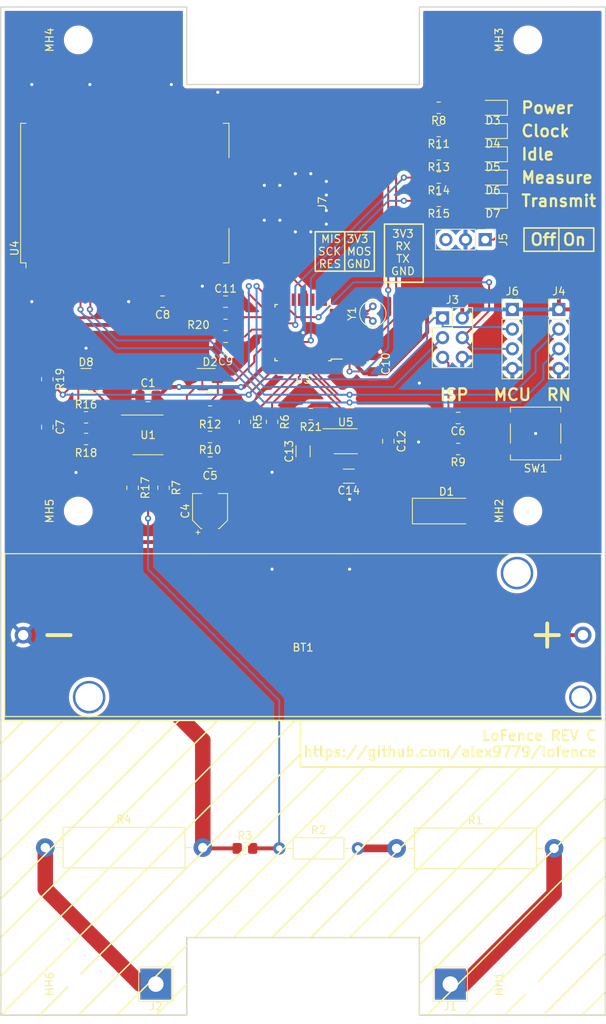
<source format=kicad_pcb>
(kicad_pcb (version 20211014) (generator pcbnew)
  (layers (0 "F.Cu" signal) (31 "B.Cu" signal) (34 "B.Paste" user) (35 "F.Paste" user) (36 "B.SilkS" user "B.Silkscreen") (37 "F.SilkS" user "F.Silkscreen") (38 "B.Mask" user) (39 "F.Mask" user) (44 "Edge.Cuts" user))
  (net 0 "")
  (net 1 "GND")
  (net 2 "+3V3")
  (net 3 "MCU_RESET")
  (net 4 "ADC_POWER")
  (net 5 "ADC+")
  (net 6 "ADC-")
  (net 7 "Net-(D2-Pad1)")
  (net 8 "MCU_SCK")
  (net 9 "RN_RESET")
  (net 10 "RN_TX")
  (net 11 "RN_RX")
  (net 12 "PROBE")
  (net 13 "BAT_ADC")
  (net 14 "BAT_VCC")
  (net 15 "BAT_GND")
  (net 16 "Net-(R10-Pad2)")
  (net 17 "AVCC")
  (net 18 "Net-(BT1-Pad1)")
  (net 19 "Net-(D4-Pad2)")
  (net 20 "Net-(D5-Pad2)")
  (net 21 "Net-(D6-Pad2)")
  (net 22 "Net-(D7-Pad2)")
  (net 23 "MCU_MISO")
  (net 24 "MCU_MOSI")
  (net 25 "LED_CLK")
  (net 26 "LED_IDLE")
  (net 27 "LED_MSR")
  (net 28 "LED_TX")
  (net 29 "Net-(D3-Pad2)")
  (net 30 "Net-(D8-Pad1)")
  (net 31 "Net-(U3-Pad8)")
  (net 32 "Net-(D3-Pad1)")
  (net 34 "Net-(J1-Pad1)")
  (net 35 "Net-(R1-Pad1)")
  (net 36 "Net-(U3-Pad7)")
  (net 37 "Net-(R7-Pad1)")
  (net 38 "Net-(R16-Pad2)")
  (net 39 "Net-(R18-Pad2)")
  (net 40 "Net-(C12-Pad2)")
  (net 41 "Net-(C12-Pad1)")
  (net 42 "Net-(R21-Pad1)")
  (net 52 "Net-(J7-Pad1)")
  (net 53 "Net-(J2-Pad1)")
  (net 54 "Net-(C9-Pad1)")
  (footprint "Resistor_SMD:R_0805_2012Metric_Pad1.20x1.40mm_HandSolder" (layer "F.Cu") (at 70 90.5 -90)
    (fp_text reference "R6")
    (fp_text value "232R")
  )
  (footprint "Resistor_THT:R_Axial_DIN0516_L15.5mm_D5.0mm_P20.32mm_Horizontal" (layer "F.Cu") (at 40.74 145.4)
    (fp_text reference "R4")
    (fp_text value "10M 6KV")
  )
  (footprint "Resistor_SMD:R_0805_2012Metric_Pad1.20x1.40mm_HandSolder" (layer "F.Cu") (at 56 99 -90)
    (fp_text reference "R7")
    (fp_text value "100k")
  )
  (footprint "Resistor_SMD:R_0805_2012Metric_Pad1.20x1.40mm_HandSolder" (layer "F.Cu") (at 64 78)
    (fp_text reference "R20")
    (fp_text value "47R")
  )
  (footprint "Capacitor_SMD:C_0805_2012Metric_Pad1.18x1.45mm_HandSolder" (layer "F.Cu") (at 55.88 75 180)
    (fp_text reference "C8")
    (fp_text value "100nF")
  )
  (footprint "Capacitor_SMD:C_0805_2012Metric_Pad1.18x1.45mm_HandSolder" (layer "F.Cu") (at 64 81 180)
    (fp_text reference "C9")
    (fp_text value "100nF")
  )
  (footprint "Capacitor_SMD:C_0805_2012Metric_Pad1.18x1.45mm_HandSolder" (layer "F.Cu") (at 83 83 -90)
    (fp_text reference "C10")
    (fp_text value "100nF")
  )
  (footprint "ALITECS:RN2483_serial" (layer "F.Cu") (at 51 61 90)
    (fp_text reference "U4")
    (fp_text value "RN2483")
  )
  (footprint "Resistor_THT:R_Axial_DIN0516_L15.5mm_D5.0mm_P20.32mm_Horizontal" (layer "F.Cu") (at 86.063823 145.5)
    (fp_text reference "R1")
    (fp_text value "10M 6KV")
  )
  (footprint "Resistor_THT:R_Axial_DIN0207_L6.3mm_D2.5mm_P10.16mm_Horizontal" (layer "F.Cu") (at 70.92 145.5)
    (fp_text reference "R2")
    (fp_text value "1M 700V")
  )
  (footprint "Resistor_SMD:R_0805_2012Metric_Pad1.20x1.40mm_HandSolder" (layer "F.Cu") (at 66.5 145.5)
    (fp_text reference "R3")
    (fp_text value "5k76")
  )
  (footprint "Resistor_SMD:R_0805_2012Metric_Pad1.20x1.40mm_HandSolder" (layer "F.Cu") (at 52 99 -90)
    (fp_text reference "R17")
    (fp_text value "100k")
  )
  (footprint "Package_QFP:TQFP-32_7x7mm_P0.8mm" (layer "F.Cu") (at 74 79 180)
    (fp_text reference "U3")
    (fp_text value "ATmega328PB-AU")
  )
  (footprint "MountingHole:MountingHole_2.7mm_M2.5" (layer "F.Cu") (at 103 41.25 90)
    (fp_text reference "MH3")
    (fp_text value "MountingHole")
  )
  (footprint "MountingHole:MountingHole_2.7mm_M2.5" (layer "F.Cu") (at 103 102 90)
    (fp_text reference "MH2")
    (fp_text value "MountingHole")
  )
  (footprint "MountingHole:MountingHole_2.7mm_M2.5" (layer "F.Cu") (at 45 163 90)
    (fp_text reference "MH6")
    (fp_text value "MountingHole")
  )
  (footprint "MountingHole:MountingHole_2.7mm_M2.5" (layer "F.Cu") (at 45 41.25 90)
    (fp_text reference "MH4")
    (fp_text value "MountingHole")
  )
  (footprint "MountingHole:MountingHole_2.7mm_M2.5" (layer "F.Cu") (at 45 102 90)
    (fp_text reference "MH5")
    (fp_text value "MountingHole")
  )
  (footprint "MountingHole:MountingHole_2.7mm_M2.5" (layer "F.Cu") (at 103 163 90)
    (fp_text reference "MH1")
    (fp_text value "MountingHole")
  )
  (footprint "ALITECS:18650HolderTHT" (layer "F.Cu") (at 74 118 180)
    (fp_text reference "BT1")
    (fp_text value "Battery_Cell")
  )
  (footprint "Crystal:Crystal_Round_D3.0mm_Vertical" (layer "F.Cu") (at 83 77.5 90)
    (fp_text reference "Y1")
    (fp_text value "32768 Hz")
  )
  (footprint "TestPoint:TestPoint_THTPad_4.0x4.0mm_Drill2.0mm" (layer "F.Cu") (at 55 163 180)
    (fp_text reference "J2")
    (fp_text value "Fence-")
  )
  (footprint "TestPoint:TestPoint_THTPad_4.0x4.0mm_Drill2.0mm" (layer "F.Cu") (at 93 163 180)
    (fp_text reference "J1")
    (fp_text value "Fence+")
  )
  (footprint "Resistor_SMD:R_0805_2012Metric_Pad1.20x1.40mm_HandSolder" (layer "F.Cu") (at 66.5 90.5 -90)
    (fp_text reference "R5")
    (fp_text value "232R")
  )
  (footprint "Resistor_SMD:R_0805_2012Metric_Pad1.20x1.40mm_HandSolder" (layer "F.Cu") (at 41 85 -90)
    (fp_text reference "R19")
    (fp_text value "1M")
  )
  (footprint "Capacitor_SMD:C_0805_2012Metric_Pad1.18x1.45mm_HandSolder" (layer "F.Cu") (at 41 91.18 -90)
    (fp_text reference "C7")
    (fp_text value "100nF")
  )
  (footprint "Resistor_SMD:R_0805_2012Metric_Pad1.20x1.40mm_HandSolder" (layer "F.Cu") (at 46 92.71)
    (fp_text reference "R18")
    (fp_text value "100k")
  )
  (footprint "Resistor_SMD:R_0805_2012Metric_Pad1.20x1.40mm_HandSolder" (layer "F.Cu") (at 62 89.18 180)
    (fp_text reference "R12")
    (fp_text value "1M")
  )
  (footprint "Package_SO:SOIC-8_3.9x4.9mm_P1.27mm" (layer "F.Cu") (at 54 92.18)
    (fp_text reference "U1")
    (fp_text value "Opamp_Dual_Generic")
  )
  (footprint "Resistor_SMD:R_0805_2012Metric_Pad1.20x1.40mm_HandSolder" (layer "F.Cu") (at 46 89.916)
    (fp_text reference "R16")
    (fp_text value "100k")
  )
  (footprint "Capacitor_SMD:C_0805_2012Metric_Pad1.18x1.45mm_HandSolder" (layer "F.Cu") (at 62 95.758 180)
    (fp_text reference "C5")
    (fp_text value "100nF")
  )
  (footprint "Package_TO_SOT_SMD:SOT-23" (layer "F.Cu") (at 46 85.18 180)
    (fp_text reference "D8")
    (fp_text value "BAV70LT")
  )
  (footprint "Package_TO_SOT_SMD:SOT-23" (layer "F.Cu") (at 62 85.18)
    (fp_text reference "D2")
    (fp_text value "BAV70LT")
  )
  (footprint "Capacitor_SMD:C_0805_2012Metric_Pad1.18x1.45mm_HandSolder" (layer "F.Cu") (at 54 87.18 180)
    (fp_text reference "C1")
    (fp_text value "100nF")
  )
  (footprint "Resistor_SMD:R_0805_2012Metric_Pad1.20x1.40mm_HandSolder" (layer "F.Cu") (at 62 92.456 180)
    (fp_text reference "R10")
    (fp_text value "100k")
  )
  (footprint "Resistor_SMD:R_0805_2012Metric_Pad1.20x1.40mm_HandSolder" (layer "F.Cu") (at 91.5 62 180)
    (fp_text reference "R15")
    (fp_text value "R")
  )
  (footprint "LED_SMD:LED_0805_2012Metric_Pad1.15x1.40mm_HandSolder" (layer "F.Cu") (at 98.5 56 180)
    (fp_text reference "D5")
    (fp_text value "LED")
  )
  (footprint "Resistor_SMD:R_0805_2012Metric_Pad1.20x1.40mm_HandSolder" (layer "F.Cu") (at 91.5 59 180)
    (fp_text reference "R14")
    (fp_text value "R")
  )
  (footprint "LED_SMD:LED_0805_2012Metric_Pad1.15x1.40mm_HandSolder" (layer "F.Cu") (at 98.5 53 180)
    (fp_text reference "D4")
    (fp_text value "LED")
  )
  (footprint "LED_SMD:LED_0805_2012Metric_Pad1.15x1.40mm_HandSolder" (layer "F.Cu") (at 98.5 59 180)
    (fp_text reference "D6")
    (fp_text value "LED")
  )
  (footprint "Resistor_SMD:R_0805_2012Metric_Pad1.20x1.40mm_HandSolder" (layer "F.Cu") (at 91.5 50 180)
    (fp_text reference "R8")
    (fp_text value "R")
  )
  (footprint "Resistor_SMD:R_0805_2012Metric_Pad1.20x1.40mm_HandSolder" (layer "F.Cu") (at 91.5 53 180)
    (fp_text reference "R11")
    (fp_text value "R")
  )
  (footprint "Connector_PinHeader_2.54mm:PinHeader_1x03_P2.54mm_Vertical" (layer "F.Cu") (at 97.5 67 -90)
    (fp_text reference "J5")
    (fp_text value "DEBUG LED")
  )
  (footprint "LED_SMD:LED_0805_2012Metric_Pad1.15x1.40mm_HandSolder" (layer "F.Cu") (at 98.5 50 180)
    (fp_text reference "D3")
    (fp_text value "LED")
  )
  (footprint "LED_SMD:LED_0805_2012Metric_Pad1.15x1.40mm_HandSolder" (layer "F.Cu") (at 98.5 62 180)
    (fp_text reference "D7")
    (fp_text value "LED")
  )
  (footprint "Resistor_SMD:R_0805_2012Metric_Pad1.20x1.40mm_HandSolder" (layer "F.Cu") (at 91.5 56 180)
    (fp_text reference "R13")
    (fp_text value "R")
  )
  (footprint "Resistor_SMD:R_0805_2012Metric_Pad1.20x1.40mm_HandSolder" (layer "F.Cu") (at 94 94 180)
    (fp_text reference "R9")
    (fp_text value "4k7")
  )
  (footprint "Capacitor_SMD:C_0805_2012Metric_Pad1.18x1.45mm_HandSolder" (layer "F.Cu") (at 94 90)
    (fp_text reference "C6")
    (fp_text value "100nF")
  )
  (footprint "Capacitor_SMD:CP_Elec_4x5.7" (layer "F.Cu") (at 62 102 90)
    (fp_text reference "C4")
    (fp_text value "10uF")
  )
  (footprint "Connector_PinHeader_2.54mm:PinHeader_1x04_P2.54mm_Vertical" (layer "F.Cu") (at 107 76)
    (fp_text reference "J4")
    (fp_text value "DEBUG RN")
  )
  (footprint "Connector_PinHeader_2.54mm:PinHeader_2x03_P2.54mm_Vertical" (layer "F.Cu") (at 92 77.1)
    (fp_text reference "J3")
    (fp_text value "ISP")
  )
  (footprint "Connector_PinHeader_2.54mm:PinHeader_1x04_P2.54mm_Vertical" (layer "F.Cu") (at 101 76)
    (fp_text reference "J6")
    (fp_text value "DEBUG MCU")
  )
  (footprint "Capacitor_SMD:C_0805_2012Metric_Pad1.18x1.45mm_HandSolder" (layer "F.Cu") (at 64 75)
    (fp_text reference "C11")
    (fp_text value "100nF")
  )
  (footprint "Button_Switch_SMD:SW_SPST_B3SL-1002P" (layer "F.Cu") (at 104 92 180)
    (fp_text reference "SW1")
    (fp_text value "RESET")
  )
  (footprint "ALITECS:U.FL" (layer "F.Cu") (at 74 62.3 -90)
    (fp_text reference "J7")
    (fp_text value "868")
  )
  (footprint "Capacitor_SMD:C_0805_2012Metric_Pad1.18x1.45mm_HandSolder" (layer "F.Cu") (at 85 93 -90)
    (fp_text reference "C12")
    (fp_text value "1uF")
  )
  (footprint "Capacitor_SMD:C_1206_3216Metric_Pad1.33x1.80mm_HandSolder" (layer "F.Cu") (at 74 94.3 -90)
    (fp_text reference "C13")
    (fp_text value "10uF")
  )
  (footprint "Capacitor_SMD:C_1206_3216Metric_Pad1.33x1.80mm_HandSolder" (layer "F.Cu") (at 79.9 97.5 180)
    (fp_text reference "C14")
    (fp_text value "10uF")
  )
  (footprint "Resistor_SMD:R_0805_2012Metric_Pad1.20x1.40mm_HandSolder" (layer "F.Cu") (at 75 89.5 180)
    (fp_text reference "R21")
    (fp_text value "100k")
  )
  (footprint "Package_SO:MSOP-8_3x3mm_P0.65mm" (layer "F.Cu") (at 79.5 93)
    (fp_text reference "U5")
    (fp_text value "MCP125x")
  )
  (footprint "Diode_SMD:D_SMA_Handsoldering" (layer "F.Cu") (at 92.5 102)
    (fp_text reference "D1")
    (fp_text value "D_Schottky")
  )
  (gr_line (start 75.565 71.065) (end 75.565 65.985) (layer "F.SilkS") (width 0.2))
  (gr_line (start 83.185 71.065) (end 75.565 71.065) (layer "F.SilkS") (width 0.2))
  (gr_line (start 83.185 65.985) (end 83.185 71.065) (layer "F.SilkS") (width 0.2))
  (gr_line (start 79.375 65.985) (end 83.185 65.985) (layer "F.SilkS") (width 0.2))
  (gr_line (start 75.565 65.985) (end 79.375 65.985) (layer "F.SilkS") (width 0.2))
  (gr_line (start 111.5 68.5) (end 102.5 68.5) (layer "F.SilkS") (width 0.2))
  (gr_line (start 102.5 65.5) (end 111.5 65.5) (layer "F.SilkS") (width 0.2))
  (gr_line (start 111.5 65.5) (end 111.5 68.5) (layer "F.SilkS") (width 0.2))
  (gr_line (start 102.5 68.5) (end 102.5 65.5) (layer "F.SilkS") (width 0.2))
  (gr_line (start 107 68.5) (end 107 65.5) (layer "F.SilkS") (width 0.2))
  (gr_line (start 109 143) (end 113 139) (layer "F.SilkS") (width 0.2))
  (gr_line (start 55 137) (end 35 157) (layer "F.SilkS") (width 0.2))
  (gr_line (start 35 129) (end 113 129) (layer "F.SilkS") (width 0.2))
  (gr_line (start 94 143) (end 80 157) (layer "F.SilkS") (width 0.2))
  (gr_line (start 95 167) (end 113 149) (layer "F.SilkS") (width 0.2))
  (gr_line (start 79 138) (end 60 157) (layer "F.SilkS") (width 0.2))
  (gr_line (start 99 143) (end 107 135) (layer "F.SilkS") (width 0.2))
  (gr_line (start 40 137) (end 48 129) (layer "F.SilkS") (width 0.2))
  (gr_line (start 90 167) (end 113 144) (layer "F.SilkS") (width 0.2))
  (gr_line (start 100 167) (end 113 154) (layer "F.SilkS") (width 0.2))
  (gr_line (start 79 143) (end 87 135) (layer "F.SilkS") (width 0.2))
  (gr_line (start 99 143) (end 85 157) (layer "F.SilkS") (width 0.2))
  (gr_line (start 45 137) (end 35 147) (layer "F.SilkS") (width 0.2))
  (gr_line (start 110 167) (end 113 164) (layer "F.SilkS") (width 0.2))
  (gr_line (start 94 143) (end 102 135) (layer "F.SilkS") (width 0.2))
  (gr_line (start 40 137) (end 35 142) (layer "F.SilkS") (width 0.2))
  (gr_line (start 105 167) (end 113 159) (layer "F.SilkS") (width 0.2))
  (gr_line (start 104 143) (end 89 158) (layer "F.SilkS") (width 0.2))
  (gr_line (start 84.5 65) (end 89.5 65) (layer "F.SilkS") (width 0.2))
  (gr_line (start 104 143) (end 112 135) (layer "F.SilkS") (width 0.2))
  (gr_line (start 60 137) (end 68 129) (layer "F.SilkS") (width 0.2))
  (gr_line (start 89.5 65) (end 89.5 72.5) (layer "F.SilkS") (width 0.2))
  (gr_line (start 75 137) (end 45 167) (layer "F.SilkS") (width 0.2))
  (gr_line (start 89 143) (end 97 135) (layer "F.SilkS") (width 0.2))
  (gr_line (start 73.66 135) (end 73.66 129) (layer "F.SilkS") (width 0.2))
  (gr_line (start 59 157) (end 59 167) (layer "F.SilkS") (width 0.2))
  (gr_line (start 89.5 72.5) (end 84.5 72.5) (layer "F.SilkS") (width 0.2))
  (gr_line (start 55 137) (end 63 129) (layer "F.SilkS") (width 0.2))
  (gr_line (start 65 137) (end 73 129) (layer "F.SilkS") (width 0.2))
  (gr_line (start 84 143) (end 70 157) (layer "F.SilkS") (width 0.2))
  (gr_line (start 75 137) (end 77 135) (layer "F.SilkS") (width 0.2))
  (gr_line (start 55 167) (end 59 163) (layer "F.SilkS") (width 0.2))
  (gr_line (start 35 137) (end 43 129) (layer "F.SilkS") (width 0.2))
  (gr_line (start 35 132) (end 38 129) (layer "F.SilkS") (width 0.2))
  (gr_line (start 70 137) (end 73.6 133.4) (layer "F.SilkS") (width 0.2))
  (gr_line (start 45 137) (end 53 129) (layer "F.SilkS") (width 0.2))
  (gr_line (start 50 137) (end 58 129) (layer "F.SilkS") (width 0.2))
  (gr_line (start 113 135) (end 73.66 135) (layer "F.SilkS") (width 0.2))
  (gr_line (start 70 137) (end 40 167) (layer "F.SilkS") (width 0.2))
  (gr_line (start 50 167) (end 59 158) (layer "F.SilkS") (width 0.2))
  (gr_line (start 84.5 72.5) (end 84.5 65) (layer "F.SilkS") (width 0.2))
  (gr_line (start 89 143) (end 75 157) (layer "F.SilkS") (width 0.2))
  (gr_line (start 113 129) (end 113 167) (layer "F.SilkS") (width 0.2))
  (gr_line (start 35 167) (end 35 129) (layer "F.SilkS") (width 0.2))
  (gr_line (start 65 137) (end 35 167) (layer "F.SilkS") (width 0.2))
  (gr_line (start 109 143) (end 89 163) (layer "F.SilkS") (width 0.2))
  (gr_line (start 79.375 71.065) (end 79.375 65.985) (layer "F.SilkS") (width 0.2))
  (gr_line (start 50 137) (end 35 152) (layer "F.SilkS") (width 0.2))
  (gr_line (start 79 138) (end 82 135) (layer "F.SilkS") (width 0.2))
  (gr_line (start 89 167) (end 89 157) (layer "F.SilkS") (width 0.2))
  (gr_line (start 59 167) (end 35 167) (layer "F.SilkS") (width 0.2))
  (gr_line (start 89 157) (end 59 157) (layer "F.SilkS") (width 0.2))
  (gr_line (start 113 167) (end 89 167) (layer "F.SilkS") (width 0.2))
  (gr_line (start 84 143) (end 92 135) (layer "F.SilkS") (width 0.2))
  (gr_line (start 60 137) (end 35 162) (layer "F.SilkS") (width 0.2))
  (gr_line (start 79 143) (end 65 157) (layer "F.SilkS") (width 0.2))
  (gr_line (start 89 47) (end 89 37) (layer "Edge.Cuts") (width 0.15))
  (gr_line (start 113 167) (end 113 37) (layer "Edge.Cuts") (width 0.15))
  (gr_line (start 89 47) (end 59 47) (layer "Edge.Cuts") (width 0.15))
  (gr_line (start 109 37) (end 89 37) (layer "Edge.Cuts") (width 0.15))
  (gr_line (start 109 167) (end 89 167) (layer "Edge.Cuts") (width 0.15))
  (gr_line (start 113 37) (end 109 37) (layer "Edge.Cuts") (width 0.15))
  (gr_line (start 59 37) (end 59 47) (layer "Edge.Cuts") (width 0.15))
  (gr_line (start 39 167) (end 59 167) (layer "Edge.Cuts") (width 0.15))
  (gr_line (start 35 167) (end 35 37) (layer "Edge.Cuts") (width 0.15))
  (gr_line (start 89 157) (end 89 167) (layer "Edge.Cuts") (width 0.15))
  (gr_line (start 35 37) (end 39 37) (layer "Edge.Cuts") (width 0.15))
  (gr_line (start 89 157) (end 59 157) (layer "Edge.Cuts") (width 0.15))
  (gr_line (start 39 167) (end 35 167) (layer "Edge.Cuts") (width 0.15))
  (gr_line (start 59 157) (end 59 167) (layer "Edge.Cuts") (width 0.15))
  (gr_line (start 109 167) (end 113 167) (layer "Edge.Cuts") (width 0.15))
  (gr_line (start 59 37) (end 39 37) (layer "Edge.Cuts") (width 0.15))
  (gr_text "MIS 3V3\nSCK MOS\nRES GND" (at 79.375 68.525) (layer "F.SilkS") (effects (font (size 1 1))))
  (gr_text "On" (at 109 67) (layer "F.SilkS") (effects (font (size 1.5 1.5) (thickness 0.3))))
  (gr_text "Power" (at 102 50) (layer "F.SilkS") (effects (font (size 1.5 1.5) (thickness 0.3)) (justify left)))
  (gr_text "Clock" (at 102 53) (layer "F.SilkS") (effects (font (size 1.5 1.5) (thickness 0.3)) (justify left)))
  (gr_text "Off" (at 105 67) (layer "F.SilkS") (effects (font (size 1.5 1.5) (thickness 0.3))))
  (gr_text "Measure" (at 102 59) (layer "F.SilkS") (effects (font (size 1.5 1.5) (thickness 0.3)) (justify left)))
  (gr_text "Transmit" (at 102 62) (layer "F.SilkS") (effects (font (size 1.5 1.5) (thickness 0.3)) (justify left)))
  (gr_text "Idle" (at 102 56) (layer "F.SilkS") (effects (font (size 1.5 1.5) (thickness 0.3)) (justify left)))
  (gr_text "MCU" (at 101 87) (layer "F.SilkS") (effects (font (size 1.5 1.5) (thickness 0.3))))
  (gr_text "LoFence REV C\nhttps://github.com/alex9779/lofence\n" (at 112 132) (layer "F.SilkS") (effects (font (size 1.3 1.3) (thickness 0.25)) (justify right)))
  (gr_text "ISP" (at 93.5 87) (layer "F.SilkS") (effects (font (size 1.5 1.5) (thickness 0.3))))
  (gr_text "RN" (at 107 87) (layer "F.SilkS") (effects (font (size 1.5 1.5) (thickness 0.3))))
  (gr_text "3V3\nRX\nTX\nGND" (at 86.89 68.66) (layer "F.SilkS") (effects (font (size 1 1))))
  (segment (start 74 79) (end 71.2 79) (width 0.25) (layer "F.Cu") (net 1))
  (segment (start 70.8 79.4) (end 69.75 79.4) (width 0.25) (layer "F.Cu") (net 1))
  (segment (start 65.5 83) (end 63.75 83) (width 0.25) (layer "F.Cu") (net 1))
  (segment (start 83 81.625) (end 83 81.75) (width 0.25) (layer "F.Cu") (net 1))
  (segment (start 75.5 62) (end 75.5 63.325) (width 0.25) (layer "F.Cu") (net 1))
  (segment (start 84.5 80) (end 94.96 69.54) (width 0.25) (layer "F.Cu") (net 1))
  (segment (start 75.35 60.525) (end 74 60.525) (width 0.25) (layer "F.Cu") (net 1))
  (segment (start 78.25 78.6) (end 77.2 78.6) (width 0.25) (layer "F.Cu") (net 1))
  (segment (start 69.75 79.4) (end 68.7 79.4) (width 0.25) (layer "F.Cu") (net 1))
  (segment (start 75.35 63.475) (end 74 63.475) (width 0.25) (layer "F.Cu") (net 1))
  (segment (start 94.96 69.54) (end 94.96 67) (width 0.25) (layer "F.Cu") (net 1))
  (segment (start 78.25 78.6) (end 80 78.6) (width 0.25) (layer "F.Cu") (net 1))
  (segment (start 77.2 78.6) (end 76.8 79) (width 0.25) (layer "F.Cu") (net 1))
  (segment (start 61.06 131.56) (end 47.5 118) (width 2) (layer "F.Cu") (net 1))
  (segment (start 68.7 79.4) (end 67.5 80.6) (width 0.25) (layer "F.Cu") (net 1))
  (segment (start 81.375 80) (end 83 81.625) (width 0.25) (layer "F.Cu") (net 1))
  (segment (start 61.06 145.4) (end 61.06 131.56) (width 2) (layer "F.Cu") (net 1))
  (segment (start 67.5 81) (end 65.5 83) (width 0.25) (layer "F.Cu") (net 1))
  (segment (start 67.5 80.6) (end 67.5 81) (width 0.25) (layer "F.Cu") (net 1))
  (segment (start 61.16 145.5) (end 61.06 145.4) (width 0.5) (layer "F.Cu") (net 1))
  (segment (start 71.2 79) (end 70.8 79.4) (width 0.25) (layer "F.Cu") (net 1))
  (segment (start 47.5 118) (end 37.89 118) (width 2) (layer "F.Cu") (net 1))
  (segment (start 65.5 145.5) (end 61.16 145.5) (width 0.5) (layer "F.Cu") (net 1))
  (segment (start 75.5 60.675) (end 75.35 60.525) (width 0.25) (layer "F.Cu") (net 1))
  (segment (start 75.5 62) (end 75.5 60.675) (width 0.25) (layer "F.Cu") (net 1))
  (segment (start 75.5 63.325) (end 75.35 63.475) (width 0.25) (layer "F.Cu") (net 1))
  (segment (start 62.75 82) (end 62.75 81) (width 0.25) (layer "F.Cu") (net 1))
  (segment (start 80.6 79.225) (end 81.375 80) (width 0.25) (layer "F.Cu") (net 1))
  (segment (start 80 78.625) (end 80.6 79.225) (width 0.25) (layer "F.Cu") (net 1))
  (segment (start 76.8 79) (end 74 79) (width 0.25) (layer "F.Cu") (net 1))
  (segment (start 80 78.6) (end 80 78.625) (width 0.25) (layer "F.Cu") (net 1))
  (segment (start 84.5 80) (end 81.375 80) (width 0.25) (layer "F.Cu") (net 1))
  (segment (start 63.75 83) (end 62.75 82) (width 0.25) (layer "F.Cu") (net 1))
  (via (at 74 79) (size 0.8) (drill 0.4) (layers "F.Cu" "B.Cu") (net 1))
  (via (at 75 58.5) (size 0.8) (drill 0.4) (layers "F.Cu" "B.Cu") (net 1))
  (via (at 77 63.25) (size 0.8) (drill 0.4) (layers "F.Cu" "B.Cu") (net 1))
  (via (at 80 100.5) (size 0.8) (drill 0.4) (layers "F.Cu" "B.Cu") (net 1))
  (via (at 77 61.25) (size 0.8) (drill 0.4) (layers "F.Cu" "B.Cu") (net 1))
  (via (at 71 64.5) (size 0.8) (drill 0.4) (layers "F.Cu" "B.Cu") (net 1))
  (via (at 51.5 75) (size 0.8) (drill 0.4) (layers "F.Cu" "B.Cu") (net 1))
  (via (at 73 66) (size 0.8) (drill 0.4) (layers "F.Cu" "B.Cu") (net 1))
  (via (at 57 47) (size 0.8) (drill 0.4) (layers "F.Cu" "B.Cu") (net 1))
  (via (at 88.898952 93.101048) (size 0.8) (drill 0.4) (layers "F.Cu" "B.Cu") (net 1))
  (via (at 73 58.5) (size 0.8) (drill 0.4) (layers "F.Cu" "B.Cu") (net 1))
  (via (at 89 85.5) (size 0.8) (drill 0.4) (layers "F.Cu" "B.Cu") (net 1))
  (via (at 104 92) (size 0.8) (drill 0.4) (layers "F.Cu" "B.Cu") (net 1))
  (via (at 70 97) (size 0.8) (drill 0.4) (layers "F.Cu" "B.Cu") (net 1))
  (via (at 46 81) (size 0.8) (drill 0.4) (layers "F.Cu" "B.Cu") (net 1))
  (via (at 77 59.5) (size 0.8) (drill 0.4) (layers "F.Cu" "B.Cu") (net 1))
  (via (at 80 109.5) (size 0.8) (drill 0.4) (layers "F.Cu" "B.Cu") (net 1))
  (via (at 70 109.5) (size 0.8) (drill 0.4) (layers "F.Cu" "B.Cu") (net 1))
  (via (at 46.5 47) (size 0.8) (drill 0.4) (layers "F.Cu" "B.Cu") (net 1))
  (via (at 71 60) (size 0.8) (drill 0.4) (layers "F.Cu" "B.Cu") (net 1))
  (via (at 39 47) (size 0.8) (drill 0.4) (layers "F.Cu" "B.Cu") (net 1))
  (via (at 75 66) (size 0.8) (drill 0.4) (layers "F.Cu" "B.Cu") (net 1))
  (via (at 69 60) (size 0.8) (drill 0.4) (layers "F.Cu" "B.Cu") (net 1))
  (via (at 77 65) (size 0.8) (drill 0.4) (layers "F.Cu" "B.Cu") (net 1))
  (via (at 69 64.5) (size 0.8) (drill 0.4) (layers "F.Cu" "B.Cu") (net 1))
  (via (at 44.704 97.028) (size 0.8) (drill 0.4) (layers "F.Cu" "B.Cu") (net 1))
  (via (at 61 73) (size 0.8) (drill 0.4) (layers "F.Cu" "B.Cu") (net 1))
  (via (at 63 48) (size 0.8) (drill 0.4) (layers "F.Cu" "B.Cu") (net 1))
  (via (at 39 75) (size 0.8) (drill 0.4) (layers "F.Cu" "B.Cu") (net 1))
  (segment (start 83 84.25) (end 81.875 84.25) (width 0.5) (layer "F.Cu") (net 2))
  (segment (start 37.449999 99.449999) (end 37.449999 80.550001) (width 0.5) (layer "F.Cu") (net 2))
  (segment (start 63.7 106) (end 62 104.3) (width 0.5) (layer "F.Cu") (net 2))
  (segment (start 96 97) (end 92.460002 100.539998) (width 0.5) (layer "F.Cu") (net 2))
  (segment (start 92.460002 103) (end 89.460002 106) (width 0.5) (layer "F.Cu") (net 2))
  (segment (start 96 97) (end 97 97) (width 0.5) (layer "F.Cu") (net 2))
  (segment (start 81 80.85) (end 80.65 80.5) (width 0.5) (layer "F.Cu") (net 2))
  (segment (start 54.8425 77.8425) (end 55 78) (width 0.5) (layer "F.Cu") (net 2))
  (segment (start 110 95) (end 110 77) (width 0.5) (layer "F.Cu") (net 2))
  (segment (start 62.65 78) (end 58.625 78) (width 0.5) (layer "F.Cu") (net 2))
  (segment (start 62 104.3) (end 60.3 106) (width 0.5) (layer "F.Cu") (net 2))
  (segment (start 42 106) (end 37.449999 101.449999) (width 0.5) (layer "F.Cu") (net 2))
  (segment (start 60.3 106) (end 42 106) (width 0.5) (layer "F.Cu") (net 2))
  (segment (start 52.905 70.89) (end 53.913 70.89) (width 0.5) (layer "F.Cu") (net 2))
  (segment (start 74 89.5) (end 75.15 88.35) (width 0.5) (layer "F.Cu") (net 2))
  (segment (start 107 53) (end 107 76) (width 0.5) (layer "F.Cu") (net 2))
  (segment (start 90.15 50) (end 90.15 48.85) (width 0.5) (layer "F.Cu") (net 2))
  (segment (start 80.65 80.5) (end 80.9 80.75) (width 0.5) (layer "F.Cu") (net 2))
  (segment (start 78.25 79.4) (end 79.55 79.4) (width 0.5) (layer "F.Cu") (net 2))
  (segment (start 81 83.375) (end 81 80.85) (width 0.5) (layer "F.Cu") (net 2))
  (segment (start 97 97) (end 108 97) (width 0.5) (layer "F.Cu") (net 2))
  (segment (start 52.905 52.642) (end 54.437 51.11) (width 0.5) (layer "F.Cu") (net 2))
  (segment (start 91 92.5) (end 91 95) (width 0.5) (layer "F.Cu") (net 2))
  (segment (start 52.905 70.89) (end 52.905 52.642) (width 0.5) (layer "F.Cu") (net 2))
  (segment (start 83 84.25) (end 84.75 84.25) (width 0.5) (layer "F.Cu") (net 2))
  (segment (start 54.8425 71.8195) (end 54.8425 75) (width 0.5) (layer "F.Cu") (net 2))
  (segment (start 37.449999 101.449999) (end 37.449999 99.449999) (width 0.5) (layer "F.Cu") (net 2))
  (segment (start 95.35 96.35) (end 95.5 96.5) (width 0.5) (layer "F.Cu") (net 2))
  (segment (start 84.75 84.25) (end 90 79) (width 0.5) (layer "F.Cu") (net 2))
  (segment (start 102 48) (end 107 53) (width 0.5) (layer "F.Cu") (net 2))
  (segment (start 94.54 75.54) (end 94.54 77.1) (width 0.5) (layer "F.Cu") (net 2))
  (segment (start 90.15 48.85) (end 91 48) (width 0.5) (layer "F.Cu") (net 2))
  (segment (start 92.5 96.5) (end 95.5 96.5) (width 0.5) (layer "F.Cu") (net 2))
  (segment (start 52.5 78) (end 54.5 78) (width 0.5) (layer "F.Cu") (net 2))
  (segment (start 75.15 88.35) (end 77.35 88.35) (width 0.5) (layer "F.Cu") (net 2))
  (segment (start 54.8425 75) (end 54.8425 77.8425) (width 0.5) (layer "F.Cu") (net 2))
  (segment (start 110 77) (end 109 76) (width 0.5) (layer "F.Cu") (net 2))
  (segment (start 89.460002 106) (end 63.7 106) (width 0.5) (layer "F.Cu") (net 2))
  (segment (start 37.449999 80.550001) (end 40 78) (width 0.5) (layer "F.Cu") (net 2))
  (segment (start 108 97) (end 110 95) (width 0.5) (layer "F.Cu") (net 2))
  (segment (start 78.5 89.5) (end 88 89.5) (width 0.5) (layer "F.Cu") (net 2))
  (segment (start 91 75) (end 94 75) (width 0.5) (layer "F.Cu") (net 2))
  (segment (start 91 95) (end 92.5 96.5) (width 0.5) (layer "F.Cu") (net 2))
  (segment (start 74 92.7375) (end 74 89.5) (width 0.5) (layer "F.Cu") (net 2))
  (segment (start 62 103.8) (end 62 104) (width 0.5) (layer "F.Cu") (net 2))
  (segment (start 77.3 92.675) (end 74.0625 92.675) (width 0.4) (layer "F.Cu") (net 2))
  (segment (start 56.5 78) (end 58.625 78) (width 0.5) (layer "F.Cu") (net 2))
  (segment (start 79.55 79.4) (end 80.65 80.5) (width 0.5) (layer "F.Cu") (net 2))
  (segment (start 81.875 84.25) (end 81 83.375) (width 0.5) (layer "F.Cu") (net 2))
  (segment (start 90 79) (end 90 76) (width 0.5) (layer "F.Cu") (net 2))
  (segment (start 74.0625 92.675) (end 74 92.7375) (width 0.4) (layer "F.Cu") (net 2))
  (segment (start 40 78) (end 52.5 78) (width 0.5) (layer "F.Cu") (net 2))
  (segment (start 55 78) (end 56.5 78) (width 0.5) (layer "F.Cu") (net 2))
  (segment (start 95.35 94) (end 95.35 96.35) (width 0.5) (layer "F.Cu") (net 2))
  (segment (start 54.5 78) (end 55 78) (width 0.5) (layer "F.Cu") (net 2))
  (segment (start 62 104.3) (end 62 103.8) (width 0.5) (layer "F.Cu") (net 2))
  (segment (start 77.35 88.35) (end 78.5 89.5) (width 0.5) (layer "F.Cu") (net 2))
  (segment (start 91 48) (end 102 48) (width 0.5) (layer "F.Cu") (net 2))
  (segment (start 92.460002 100.539998) (end 92.460002 103) (width 0.5) (layer "F.Cu") (net 2))
  (segment (start 109 76) (end 107 76) (width 0.5) (layer "F.Cu") (net 2))
  (segment (start 54.437 51.11) (end 55.445 51.11) (width 0.5) (layer "F.Cu") (net 2))
  (segment (start 94 75) (end 94.54 75.54) (width 0.5) (layer "F.Cu") (net 2))
  (segment (start 95.5 96.5) (end 96 97) (width 0.5) (layer "F.Cu") (net 2))
  (segment (start 88 89.5) (end 91 92.5) (width 0.5) (layer "F.Cu") (net 2))
  (segment (start 53.913 70.89) (end 54.8425 71.8195) (width 0.5) (layer "F.Cu") (net 2))
  (segment (start 90 76) (end 91 75) (width 0.5) (layer "F.Cu") (net 2))
  (segment (start 107 76) (end 101 76) (width 0.5) (layer "B.Cu") (net 2))
  (segment (start 101 76) (end 95.64 76) (width 0.5) (layer "B.Cu") (net 2))
  (segment (start 95.64 76) (end 94.54 77.1) (width 0.5) (layer "B.Cu") (net 2))
  (segment (start 92.75 82.93) (end 92 82.18) (width 0.25) (layer "F.Cu") (net 3))
  (segment (start 92.75 90.875) (end 93.875 92) (width 0.25) (layer "F.Cu") (net 3))
  (segment (start 92.65 93.1) (end 93.75 92) (width 0.25) (layer "F.Cu") (net 3))
  (segment (start 98.25 92) (end 100.25 94) (width 0.25) (layer "F.Cu") (net 3))
  (segment (start 92.75 90) (end 92.75 82.93) (width 0.25) (layer "F.Cu") (net 3))
  (segment (start 101.125 94) (end 106.875 94) (width 0.25) (layer "F.Cu") (net 3))
  (segment (start 91 90) (end 92.75 90) (width 0.25) (layer "F.Cu") (net 3))
  (segment (start 92.75 90) (end 92.75 90.875) (width 0.25) (layer "F.Cu") (net 3))
  (segment (start 79 88.9) (end 89.9 88.9) (width 0.25) (layer "F.Cu") (net 3))
  (segment (start 100.25 94) (end 101.125 94) (width 0.25) (layer "F.Cu") (net 3))
  (segment (start 74.4 83.25) (end 74.4 84.3) (width 0.25) (layer "F.Cu") (net 3))
  (segment (start 74.4 84.3) (end 79 88.9) (width 0.25) (layer "F.Cu") (net 3))
  (segment (start 93.875 92) (end 98.25 92) (width 0.25) (layer "F.Cu") (net 3))
  (segment (start 89.9 88.9) (end 91 90) (width 0.25) (layer "F.Cu") (net 3))
  (segment (start 92.65 94) (end 92.65 93.1) (width 0.25) (layer "F.Cu") (net 3))
  (segment (start 55.25 87.18) (end 55.375 87.18) (width 0.5) (layer "F.Cu") (net 4))
  (segment (start 55.375 87.18) (end 56.555 86) (width 0.5) (layer "F.Cu") (net 4))
  (segment (start 56.7 88.63) (end 55.25 87.18) (width 0.5) (layer "F.Cu") (net 4))
  (segment (start 69.75 81.8) (end 69.75 82.575) (width 0.5) (layer "F.Cu") (net 4))
  (segment (start 56.555 86) (end 58 86) (width 0.5) (layer "F.Cu") (net 4))
  (segment (start 66.31234 86.01266) (end 65.98734 86.01266) (width 0.5) (layer "F.Cu") (net 4))
  (segment (start 56.7 90.275) (end 56.7 88.63) (width 0.5) (layer "F.Cu") (net 4))
  (segment (start 69.75 82.575) (end 66.31234 86.01266) (width 0.5) (layer "F.Cu") (net 4))
  (via (at 65.98734 86.01266) (size 0.8) (drill 0.4) (layers "F.Cu" "B.Cu") (net 4))
  (via (at 58 86) (size 0.8) (drill 0.4) (layers "F.Cu" "B.Cu") (net 4))
  (segment (start 65.98734 86.01266) (end 58.01266 86.01266) (width 0.5) (layer "B.Cu") (net 4))
  (segment (start 63 86.93) (end 63 85.83) (width 0.25) (layer "F.Cu") (net 5))
  (segment (start 69.75 81) (end 68.7 81) (width 0.25) (layer "F.Cu") (net 5))
  (segment (start 65.32 85.18) (end 64.52 85.18) (width 0.25) (layer "F.Cu") (net 5))
  (segment (start 60.65 89.58) (end 60.65 89.18) (width 0.25) (layer "F.Cu") (net 5))
  (segment (start 63 85.83) (end 63 85.18) (width 0.25) (layer "F.Cu") (net 5))
  (segment (start 60.75 89.18) (end 63 86.93) (width 0.25) (layer "F.Cu") (net 5))
  (segment (start 63.35 92.456) (end 63.35 92.28) (width 0.25) (layer "F.Cu") (net 5))
  (segment (start 67.7 82) (end 67.7 82.8) (width 0.25) (layer "F.Cu") (net 5))
  (segment (start 67.7 82.8) (end 65.32 85.18) (width 0.25) (layer "F.Cu") (net 5))
  (segment (start 63.35 92.28) (end 60.65 89.58) (width 0.25) (layer "F.Cu") (net 5))
  (segment (start 68.7 81) (end 67.7 82) (width 0.25) (layer "F.Cu") (net 5))
  (segment (start 63.25 95.758) (end 63.25 92.556) (width 0.25) (layer "F.Cu") (net 5))
  (segment (start 64.52 85.18) (end 63 85.18) (width 0.25) (layer "F.Cu") (net 5))
  (segment (start 60.65 89.18) (end 60.75 89.18) (width 0.25) (layer "F.Cu") (net 5))
  (segment (start 63.25 92.556) (end 63.35 92.456) (width 0.25) (layer "F.Cu") (net 5))
  (segment (start 42 86) (end 43 87) (width 0.25) (layer "F.Cu") (net 6))
  (segment (start 43 87) (end 44.82 85.18) (width 0.25) (layer "F.Cu") (net 6))
  (segment (start 66.98734 86.93766) (end 66.98734 87.01266) (width 0.25) (layer "F.Cu") (net 6))
  (segment (start 45 89.916) (end 45 85.18) (width 0.25) (layer "F.Cu") (net 6))
  (segment (start 71.2 83.25) (end 70.675 83.25) (width 0.25) (layer "F.Cu") (net 6))
  (segment (start 41 86) (end 42 86) (width 0.25) (layer "F.Cu") (net 6))
  (segment (start 41 89.93) (end 44.986 89.93) (width 0.25) (layer "F.Cu") (net 6))
  (segment (start 44.986 89.93) (end 45 89.916) (width 0.25) (layer "F.Cu") (net 6))
  (segment (start 70.675 83.25) (end 66.98734 86.93766) (width 0.25) (layer "F.Cu") (net 6))
  (segment (start 44.82 85.18) (end 45 85.18) (width 0.25) (layer "F.Cu") (net 6))
  (via (at 43 87) (size 0.8) (drill 0.4) (layers "F.Cu" "B.Cu") (net 6))
  (via (at 66.98734 87.01266) (size 0.8) (drill 0.4) (layers "F.Cu" "B.Cu") (net 6))
  (segment (start 66.97468 87) (end 66.98734 87.01266) (width 0.25) (layer "B.Cu") (net 6))
  (segment (start 43 87) (end 66.97468 87) (width 0.25) (layer "B.Cu") (net 6))
  (segment (start 59 90.27) (end 59 87.18) (width 0.25) (layer "F.Cu") (net 7))
  (segment (start 57.725 91.545) (end 59 90.27) (width 0.25) (layer "F.Cu") (net 7))
  (segment (start 60.05 86.13) (end 61 86.13) (width 0.25) (layer "F.Cu") (net 7))
  (segment (start 59 87.18) (end 60.05 86.13) (width 0.25) (layer "F.Cu") (net 7))
  (segment (start 61 84.23) (end 61 86.13) (width 0.25) (layer "F.Cu") (net 7))
  (segment (start 56.7 91.545) (end 57.725 91.545) (width 0.25) (layer "F.Cu") (net 7))
  (segment (start 69.225 76.2) (end 67 73.975) (width 0.25) (layer "F.Cu") (net 8))
  (segment (start 69.75 76.2) (end 69.225 76.2) (width 0.25) (layer "F.Cu") (net 8))
  (segment (start 67 73.975) (end 67 73.565685) (width 0.25) (layer "F.Cu") (net 8))
  (segment (start 67 73.565685) (end 67 73) (width 0.25) (layer "F.Cu") (net 8))
  (via (at 67 73) (size 0.8) (drill 0.4) (layers "F.Cu" "B.Cu") (net 8))
  (segment (start 85.64 86) (end 69 86) (width 0.25) (layer "B.Cu") (net 8))
  (segment (start 69 86) (end 67 84) (width 0.25) (layer "B.Cu") (net 8))
  (segment (start 67 84) (end 67 73) (width 0.25) (layer "B.Cu") (net 8))
  (segment (start 92 79.64) (end 85.64 86) (width 0.25) (layer "B.Cu") (net 8))
  (segment (start 57.985 60.985) (end 69 72) (width 0.25) (layer "F.Cu") (net 9))
  (segment (start 74.4 73.7) (end 74.4 74.75) (width 0.25) (layer "F.Cu") (net 9))
  (segment (start 57.985 51.11) (end 57.985 60.985) (width 0.25) (layer "F.Cu") (net 9))
  (segment (start 69 72) (end 72.7 72) (width 0.25) (layer "F.Cu") (net 9))
  (segment (start 72.7 72) (end 74.4 73.7) (width 0.25) (layer "F.Cu") (net 9))
  (segment (start 45.285 76) (end 45.285 70.89) (width 0.25) (layer "F.Cu") (net 10))
  (segment (start 77.9 87) (end 76.9 86) (width 0.25) (layer "F.Cu") (net 10))
  (segment (start 75.2 84.3) (end 76.9 86) (width 0.25) (layer "F.Cu") (net 10))
  (segment (start 78.9 88) (end 77.9 87) (width 0.25) (layer "F.Cu") (net 10))
  (segment (start 80 88) (end 78.9 88) (width 0.25) (layer "F.Cu") (net 10))
  (segment (start 75.2 83.25) (end 75.2 84.3) (width 0.25) (layer "F.Cu") (net 10))
  (via (at 45.285 76) (size 0.8) (drill 0.4) (layers "F.Cu" "B.Cu") (net 10))
  (via (at 80 88) (size 0.8) (drill 0.4) (layers "F.Cu" "B.Cu") (net 10))
  (segment (start 105 85) (end 105 83.08) (width 0.25) (layer "B.Cu") (net 10))
  (segment (start 50 81) (end 62 81) (width 0.25) (layer "B.Cu") (net 10))
  (segment (start 105 83.08) (end 107 81.08) (width 0.25) (layer "B.Cu") (net 10))
  (segment (start 45.285 76.285) (end 50 81) (width 0.25) (layer "B.Cu") (net 10))
  (segment (start 69 88) (end 102 88) (width 0.25) (layer "B.Cu") (net 10))
  (segment (start 102 88) (end 105 85) (width 0.25) (layer "B.Cu") (net 10))
  (segment (start 62 81) (end 69 88) (width 0.25) (layer "B.Cu") (net 10))
  (segment (start 45.285 76) (end 45.285 76.285) (width 0.25) (layer "B.Cu") (net 10))
  (segment (start 46.5 76) (end 46.555 75.945) (width 0.25) (layer "F.Cu") (net 11))
  (segment (start 76 84.46359) (end 76 83.25) (width 0.25) (layer "F.Cu") (net 11))
  (segment (start 80 87) (end 78.53641 87) (width 0.25) (layer "F.Cu") (net 11))
  (segment (start 78.53641 87) (end 76 84.46359) (width 0.25) (layer "F.Cu") (net 11))
  (segment (start 46.555 75.945) (end 46.555 70.89) (width 0.25) (layer "F.Cu") (net 11))
  (via (at 46.5 76) (size 0.8) (drill 0.4) (layers "F.Cu" "B.Cu") (net 11))
  (via (at 80 87) (size 0.8) (drill 0.4) (layers "F.Cu" "B.Cu") (net 11))
  (segment (start 46.5 76) (end 46.5 76.5) (width 0.25) (layer "B.Cu") (net 11))
  (segment (start 69 87) (end 101 87) (width 0.25) (layer "B.Cu") (net 11))
  (segment (start 50 80) (end 62 80) (width 0.25) (layer "B.Cu") (net 11))
  (segment (start 101 87) (end 104 84) (width 0.25) (layer "B.Cu") (net 11))
  (segment (start 62 80) (end 69 87) (width 0.25) (layer "B.Cu") (net 11))
  (segment (start 104 84) (end 104 81.54) (width 0.25) (layer "B.Cu") (net 11))
  (segment (start 46.5 76.5) (end 50 80) (width 0.25) (layer "B.Cu") (net 11))
  (segment (start 104 81.54) (end 107 78.54) (width 0.25) (layer "B.Cu") (net 11))
  (segment (start 55.1 100.35) (end 56 100.35) (width 0.25) (layer "F.Cu") (net 12))
  (segment (start 52.9 100.35) (end 52 100.35) (width 0.25) (layer "F.Cu") (net 12))
  (segment (start 54 101.45) (end 55.1 100.35) (width 0.25) (layer "F.Cu") (net 12))
  (segment (start 54 101.45) (end 52.9 100.35) (width 0.25) (layer "F.Cu") (net 12))
  (segment (start 70.92 145.5) (end 67.5 145.5) (width 0.5) (layer "F.Cu") (net 12))
  (segment (start 54 101.45) (end 54 102.94999) (width 0.25) (layer "F.Cu") (net 12))
  (via (at 54 102.94999) (size 0.8) (drill 0.4) (layers "F.Cu" "B.Cu") (net 12))
  (segment (start 54 109.5) (end 70.92 126.42) (width 0.25) (layer "B.Cu") (net 12))
  (segment (start 54 102.94999) (end 54 109.5) (width 0.25) (layer "B.Cu") (net 12))
  (segment (start 70.92 126.42) (end 70.92 145.5) (width 0.25) (layer "B.Cu") (net 12))
  (segment (start 72.8 83.25) (end 72.8 84.3) (width 0.25) (layer "F.Cu") (net 13))
  (segment (start 66.5 89.5) (end 66.5 89.15) (width 0.25) (layer "F.Cu") (net 13))
  (segment (start 72.8 84.3) (end 67.6 89.5) (width 0.25) (layer "F.Cu") (net 13))
  (segment (start 66.5 89.5) (end 67.75 89.5) (width 0.25) (layer "F.Cu") (net 13))
  (segment (start 67.75 89.5) (end 70 91.75) (width 0.25) (layer "F.Cu") (net 13))
  (segment (start 67.6 89.5) (end 66.5 89.5) (width 0.25) (layer "F.Cu") (net 13))
  (segment (start 81.4625 97.5) (end 81.4625 101.8625) (width 0.5) (layer "F.Cu") (net 14))
  (segment (start 81.6 102) (end 90 102) (width 0.5) (layer "F.Cu") (net 14))
  (segment (start 79.925 92.025) (end 78.625 93.325) (width 0.5) (layer "F.Cu") (net 14))
  (segment (start 78.625 93.325) (end 78.525 93.325) (width 0.5) (layer "F.Cu") (net 14))
  (segment (start 81.4625 101.8625) (end 81.6 102) (width 0.5) (layer "F.Cu") (net 14))
  (segment (start 81.7 92.675) (end 81.7 92.025) (width 0.4) (layer "F.Cu") (net 14))
  (segment (start 71.266 102) (end 81.6 102) (width 0.5) (layer "F.Cu") (net 14))
  (segment (start 81.4625 96.1625) (end 78.625 93.325) (width 0.5) (layer "F.Cu") (net 14))
  (segment (start 66.5 91.85) (end 66.5 97.234) (width 0.5) (layer "F.Cu") (net 14))
  (segment (start 81.7 92.025) (end 79.925 92.025) (width 0.5) (layer "F.Cu") (net 14))
  (segment (start 77.3 93.325) (end 78.525 93.325) (width 0.4) (layer "F.Cu") (net 14))
  (segment (start 81.4625 97.5) (end 81.4625 96.1625) (width 0.5) (layer "F.Cu") (net 14))
  (segment (start 66.5 97.234) (end 71.266 102) (width 0.5) (layer "F.Cu") (net 14))
  (segment (start 70 89.15) (end 70 88.15) (width 0.25) (layer "F.Cu") (net 15))
  (segment (start 70 88.15) (end 73.6 84.55) (width 0.25) (layer "F.Cu") (net 15))
  (segment (start 73.6 83.25) (end 73.6 84.5) (width 0.25) (layer "F.Cu") (net 15))
  (segment (start 73.6 84.55) (end 73.6 84.5) (width 0.25) (layer "F.Cu") (net 15))
  (segment (start 60.291 92.815) (end 60.65 92.456) (width 0.25) (layer "F.Cu") (net 16))
  (segment (start 56.7 92.815) (end 60.291 92.815) (width 0.25) (layer "F.Cu") (net 16))
  (segment (start 69.75 77) (end 66.375 77) (width 0.25) (layer "F.Cu") (net 17))
  (segment (start 66.375 77.075) (end 65.45 78) (width 0.25) (layer "F.Cu") (net 17))
  (segment (start 66.375 77) (end 65.25 75.875) (width 0.25) (layer "F.Cu") (net 17))
  (segment (start 66.375 77) (end 66.375 77.075) (width 0.25) (layer "F.Cu") (net 17))
  (segment (start 65.25 75.875) (end 65.25 75) (width 0.25) (layer "F.Cu") (net 17))
  (segment (start 65.45 78) (end 65.35 78) (width 0.25) (layer "F.Cu") (net 17))
  (segment (start 108.554366 118) (end 110.11 118) (width 0.5) (layer "F.Cu") (net 18))
  (segment (start 95 108.5) (end 104.5 118) (width 0.5) (layer "F.Cu") (net 18))
  (segment (start 104.5 118) (end 108.554366 118) (width 0.5) (layer "F.Cu") (net 18))
  (segment (start 95 102) (end 95 108.5) (width 0.5) (layer "F.Cu") (net 18))
  (segment (start 92.85 53) (end 97.15 53) (width 0.25) (layer "F.Cu") (net 19))
  (segment (start 92.85 56) (end 97.15 56) (width 0.25) (layer "F.Cu") (net 20))
  (segment (start 92.85 59) (end 97.15 59) (width 0.25) (layer "F.Cu") (net 21))
  (segment (start 92.85 62) (end 97.15 62) (width 0.25) (layer "F.Cu") (net 22))
  (segment (start 69.75 74.75) (end 68 73) (width 0.25) (layer "F.Cu") (net 23))
  (segment (start 71.2 74.75) (end 69.75 74.75) (width 0.25) (layer "F.Cu") (net 23))
  (via (at 68 73) (size 0.8) (drill 0.4) (layers "F.Cu" "B.Cu") (net 23))
  (segment (start 92 78.2) (end 92.075001 78.275001) (width 0.25) (layer "B.Cu") (net 23))
  (segment (start 92.075001 78.275001) (end 99.53292 78.275001) (width 0.25) (layer "B.Cu") (net 23))
  (segment (start 92 77.1) (end 90.9 77.1) (width 0.25) (layer "B.Cu") (net 23))
  (segment (start 68 84) (end 68 73) (width 0.25) (layer "B.Cu") (net 23))
  (segment (start 99.53292 78.275001) (end 99.797919 78.54) (width 0.25) (layer "B.Cu") (net 23))
  (segment (start 92 77.1) (end 92 78.2) (width 0.25) (layer "B.Cu") (net 23))
  (segment (start 90.9 77.1) (end 90 78) (width 0.25) (layer "B.Cu") (net 23))
  (segment (start 90 80) (end 85 85) (width 0.25) (layer "B.Cu") (net 23))
  (segment (start 69 85) (end 68 84) (width 0.25) (layer "B.Cu") (net 23))
  (segment (start 85 85) (end 69 85) (width 0.25) (layer "B.Cu") (net 23))
  (segment (start 90 78) (end 90 80) (width 0.25) (layer "B.Cu") (net 23))
  (segment (start 99.797919 78.54) (end 101 78.54) (width 0.25) (layer "B.Cu") (net 23))
  (segment (start 98 72.5) (end 98 76.18) (width 0.25) (layer "F.Cu") (net 24))
  (segment (start 98 76.18) (end 94.54 79.64) (width 0.25) (layer "F.Cu") (net 24))
  (segment (start 73.2 77) (end 75.434315 77) (width 0.25) (layer "F.Cu") (net 24))
  (segment (start 75.434315 77) (end 76 77) (width 0.25) (layer "F.Cu") (net 24))
  (segment (start 72 75.8) (end 73.2 77) (width 0.25) (layer "F.Cu") (net 24))
  (segment (start 72 74.75) (end 72 75.8) (width 0.25) (layer "F.Cu") (net 24))
  (via (at 98 72.5) (size 0.8) (drill 0.4) (layers "F.Cu" "B.Cu") (net 24))
  (via (at 76 77) (size 0.8) (drill 0.4) (layers "F.Cu" "B.Cu") (net 24))
  (segment (start 76 77) (end 80.5 72.5) (width 0.25) (layer "B.Cu") (net 24))
  (segment (start 94.54 79.64) (end 95.98 81.08) (width 0.25) (layer "B.Cu") (net 24))
  (segment (start 98 72.5) (end 80.5 72.5) (width 0.25) (layer "B.Cu") (net 24))
  (segment (start 95.98 81.08) (end 101 81.08) (width 0.25) (layer "B.Cu") (net 24))
  (segment (start 80 81.089998) (end 80 84) (width 0.25) (layer "F.Cu") (net 25))
  (segment (start 84.98734 57.16266) (end 89.15 53) (width 0.25) (layer "F.Cu") (net 25))
  (segment (start 79.110002 80.2) (end 80 81.089998) (width 0.25) (layer "F.Cu") (net 25))
  (segment (start 78.25 80.2) (end 79.110002 80.2) (width 0.25) (layer "F.Cu") (net 25))
  (segment (start 84.98734 73.5) (end 84.98734 57.16266) (width 0.25) (layer "F.Cu") (net 25))
  (segment (start 89.15 53) (end 90.15 53) (width 0.25) (layer "F.Cu") (net 25))
  (via (at 80 84) (size 0.8) (drill 0.4) (layers "F.Cu" "B.Cu") (net 25))
  (via (at 84.98734 73.5) (size 0.8) (drill 0.4) (layers "F.Cu" "B.Cu") (net 25))
  (segment (start 80 84) (end 82 84) (width 0.25) (layer "B.Cu") (net 25))
  (segment (start 83.5 82.5) (end 84.98734 81.01266) (width 0.25) (layer "B.Cu") (net 25))
  (segment (start 84.98734 73.790695) (end 84.98734 73.5) (width 0.25) (layer "B.Cu") (net 25))
  (segment (start 82 84) (end 83.5 82.5) (width 0.25) (layer "B.Cu") (net 25))
  (segment (start 84.98734 81.01266) (end 84.98734 73.790695) (width 0.25) (layer "B.Cu") (net 25))
  (segment (start 86 57) (end 87 56) (width 0.25) (layer "F.Cu") (net 26))
  (segment (start 84 79) (end 86 77) (width 0.25) (layer "F.Cu") (net 26))
  (segment (start 87 56) (end 90.15 56) (width 0.25) (layer "F.Cu") (net 26))
  (segment (start 80.8 77.8) (end 82 79) (width 0.25) (layer "F.Cu") (net 26))
  (segment (start 78.25 77.8) (end 80.8 77.8) (width 0.25) (layer "F.Cu") (net 26))
  (segment (start 86 77) (end 86 57) (width 0.25) (layer "F.Cu") (net 26))
  (segment (start 82 79) (end 84 79) (width 0.25) (layer "F.Cu") (net 26))
  (segment (start 90.15 59) (end 87 59) (width 0.25) (layer "F.Cu") (net 27))
  (segment (start 72.8 77.8) (end 73 78) (width 0.25) (layer "F.Cu") (net 27))
  (segment (start 69.75 77.8) (end 72.8 77.8) (width 0.25) (layer "F.Cu") (net 27))
  (via (at 87 59) (size 0.8) (drill 0.4) (layers "F.Cu" "B.Cu") (net 27))
  (via (at 73 78) (size 0.8) (drill 0.4) (layers "F.Cu" "B.Cu") (net 27))
  (segment (start 73 78) (end 73 73) (width 0.25) (layer "B.Cu") (net 27))
  (segment (start 73 73) (end 87 59) (width 0.25) (layer "B.Cu") (net 27))
  (segment (start 69.75 80.2) (end 74.8 80.2) (width 0.25) (layer "F.Cu") (net 28))
  (segment (start 74.8 80.2) (end 75 80) (width 0.25) (layer "F.Cu") (net 28))
  (segment (start 87 62) (end 90.15 62) (width 0.25) (layer "F.Cu") (net 28))
  (via (at 87 62) (size 0.8) (drill 0.4) (layers "F.Cu" "B.Cu") (net 28))
  (via (at 75 80) (size 0.8) (drill 0.4) (layers "F.Cu" "B.Cu") (net 28))
  (segment (start 85 62) (end 75 72) (width 0.25) (layer "B.Cu") (net 28))
  (segment (start 75 80) (end 75 72) (width 0.25) (layer "B.Cu") (net 28))
  (segment (start 87 62) (end 85 62) (width 0.25) (layer "B.Cu") (net 28))
  (segment (start 92.85 50) (end 97.15 50) (width 0.25) (layer "F.Cu") (net 29))
  (segment (start 51.3 90.275) (end 50.825 90.275) (width 0.25) (layer "F.Cu") (net 30))
  (segment (start 50.825 90.275) (end 47 86.45) (width 0.25) (layer "F.Cu") (net 30))
  (segment (start 47 86.45) (end 47 86.13) (width 0.25) (layer "F.Cu") (net 30))
  (segment (start 47 86.13) (end 47 84.23) (width 0.25) (layer "F.Cu") (net 30))
  (segment (start 78.25 76.2) (end 82.4 76.2) (width 0.25) (layer "F.Cu") (net 31))
  (segment (start 82.4 76.2) (end 83 75.6) (width 0.25) (layer "F.Cu") (net 31))
  (segment (start 99.85 50.9) (end 99.85 53) (width 0.25) (layer "F.Cu") (net 32))
  (segment (start 97.5 67) (end 98.6 67) (width 0.25) (layer "F.Cu") (net 32))
  (segment (start 99.85 56.9) (end 99.85 59) (width 0.25) (layer "F.Cu") (net 32))
  (segment (start 99.85 56) (end 99.85 56.9) (width 0.25) (layer "F.Cu") (net 32))
  (segment (start 99.85 59.9) (end 99.85 62) (width 0.25) (layer "F.Cu") (net 32))
  (segment (start 99.85 53) (end 99.85 53.9) (width 0.25) (layer "F.Cu") (net 32))
  (segment (start 99.85 65.75) (end 99.85 62.9) (width 0.25) (layer "F.Cu") (net 32))
  (segment (start 99.85 59) (end 99.85 59.9) (width 0.25) (layer "F.Cu") (net 32))
  (segment (start 99.85 62.9) (end 99.85 62) (width 0.25) (layer "F.Cu") (net 32))
  (segment (start 99.85 50) (end 99.85 50.9) (width 0.25) (layer "F.Cu") (net 32))
  (segment (start 99.85 53.9) (end 99.85 56) (width 0.25) (layer "F.Cu") (net 32))
  (segment (start 98.6 67) (end 99.85 65.75) (width 0.25) (layer "F.Cu") (net 32))
  (segment (start 94.75 163) (end 93 163) (width 2) (layer "F.Cu") (net 34))
  (segment (start 106.383823 145.5) (end 106.383823 151.366177) (width 2) (layer "F.Cu") (net 34))
  (segment (start 106.383823 151.366177) (end 94.75 163) (width 2) (layer "F.Cu") (net 34))
  (segment (start 86.063823 145.5) (end 81.08 145.5) (width 1) (layer "F.Cu") (net 35))
  (segment (start 82.500001 77.000001) (end 83 77.5) (width 0.25) (layer "F.Cu") (net 36))
  (segment (start 78.25 77) (end 82.500001 77.000001) (width 0.25) (layer "F.Cu") (net 36))
  (segment (start 56 94.785) (end 56.7 94.085) (width 0.25) (layer "F.Cu") (net 37))
  (segment (start 56 97.65) (end 56 94.785) (width 0.25) (layer "F.Cu") (net 37))
  (segment (start 53 92.77) (end 53 95.65) (width 0.25) (layer "F.Cu") (net 38))
  (segment (start 51.3 91.545) (end 51.775 91.545) (width 0.25) (layer "F.Cu") (net 38))
  (segment (start 51.3 91.545) (end 50.143 91.545) (width 0.25) (layer "F.Cu") (net 38))
  (segment (start 52 96.65) (end 52 97.65) (width 0.25) (layer "F.Cu") (net 38))
  (segment (start 48.514 89.916) (end 47.35 89.916) (width 0.25) (layer "F.Cu") (net 38))
  (segment (start 53 95.65) (end 52 96.65) (width 0.25) (layer "F.Cu") (net 38))
  (segment (start 50.143 91.545) (end 48.514 89.916) (width 0.25) (layer "F.Cu") (net 38))
  (segment (start 51.775 91.545) (end 53 92.77) (width 0.25) (layer "F.Cu") (net 38))
  (segment (start 51.3 92.815) (end 47.455 92.815) (width 0.25) (layer "F.Cu") (net 39))
  (segment (start 47.455 92.815) (end 47.35 92.71) (width 0.25) (layer "F.Cu") (net 39))
  (segment (start 81.7 93.975) (end 84.725 93.975) (width 0.25) (layer "F.Cu") (net 40))
  (segment (start 84.725 93.975) (end 85 94.25) (width 0.25) (layer "F.Cu") (net 40))
  (segment (start 85 91.875) (end 85 91.75) (width 0.25) (layer "F.Cu") (net 41))
  (segment (start 81.7 93.325) (end 83.55 93.325) (width 0.25) (layer "F.Cu") (net 41))
  (segment (start 83.55 93.325) (end 85 91.875) (width 0.25) (layer "F.Cu") (net 41))
  (segment (start 77.3 92.025) (end 77.3 90.45) (width 0.25) (layer "F.Cu") (net 42))
  (segment (start 77.3 90.45) (end 76.35 89.5) (width 0.25) (layer "F.Cu") (net 42))
  (segment (start 72.25 62.3) (end 65.365 62.3) (width 0.75) (layer "F.Cu") (net 52))
  (segment (start 65.365 62.3) (end 65.335 62.27) (width 0.25) (layer "F.Cu") (net 52))
  (segment (start 40.74 150.74) (end 40.74 145.4) (width 2) (layer "F.Cu") (net 53))
  (segment (start 55 163) (end 53 163) (width 2) (layer "F.Cu") (net 53))
  (segment (start 53 163) (end 40.74 150.74) (width 2) (layer "F.Cu") (net 53))
  (segment (start 67.4 78.6) (end 69.75 78.6) (width 0.25) (layer "F.Cu") (net 54))
  (segment (start 66.5 79.5) (end 67.4 78.6) (width 0.25) (layer "F.Cu") (net 54))
  (segment (start 65.25 81) (end 65.25 80.125) (width 0.25) (layer "F.Cu") (net 54))
  (segment (start 65.875 79.5) (end 66.5 79.5) (width 0.25) (layer "F.Cu") (net 54))
  (segment (start 65.25 80.125) (end 65.875 79.5) (width 0.25) (layer "F.Cu") (net 54))
  (zone (net 1) (net_name "GND") (layer "F.Cu") (connect_pads (clearance 0.508)) (min_thickness 0.254) (fill yes (thermal_gap 0.508) (thermal_bridge_width 0.508))
    (polygon (pts (xy 35 129) (xy 113 129) (xy 113 37) (xy 89 37) (xy 89 47) (xy 59 47) (xy 59 37) (xy 35 37)))
  )
  (zone (net 1) (net_name "GND") (layer "B.Cu") (connect_pads (clearance 0.508)) (min_thickness 0.254) (fill yes (thermal_gap 0.508) (thermal_bridge_width 0.508))
    (polygon (pts (xy 35 129) (xy 113 129) (xy 113 37) (xy 89 37) (xy 89 47) (xy 59 47) (xy 59 37) (xy 35 37)))
  )
)
</source>
